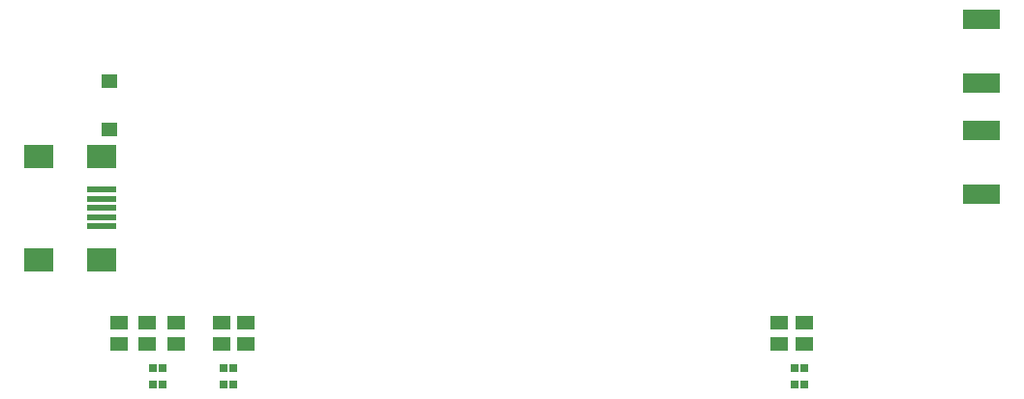
<source format=gbr>
G04 EAGLE Gerber RS-274X export*
G75*
%MOMM*%
%FSLAX34Y34*%
%LPD*%
%INSolderpaste Top*%
%IPPOS*%
%AMOC8*
5,1,8,0,0,1.08239X$1,22.5*%
G01*
%ADD10R,0.650000X0.800000*%
%ADD11R,2.500000X0.500000*%
%ADD12R,2.500000X2.000000*%
%ADD13R,1.500000X1.300000*%
%ADD14R,3.200000X1.800000*%
%ADD15R,1.470000X1.270000*%


D10*
X700000Y140000D03*
X700000Y125000D03*
X691500Y140000D03*
X691500Y125000D03*
D11*
X85000Y280000D03*
X85000Y288000D03*
X85000Y264000D03*
X85000Y272000D03*
D12*
X30000Y235000D03*
X30000Y325000D03*
X85000Y235000D03*
X85000Y325000D03*
D11*
X85000Y296000D03*
D13*
X700000Y160500D03*
X700000Y179500D03*
D14*
X855000Y292000D03*
X855000Y348000D03*
X855000Y389300D03*
X855000Y445300D03*
D13*
X678000Y160500D03*
X678000Y179500D03*
X211000Y160500D03*
X211000Y179500D03*
X190000Y160500D03*
X190000Y179500D03*
D10*
X200000Y140000D03*
X200000Y125000D03*
X191500Y140000D03*
X191500Y125000D03*
D15*
X91750Y348500D03*
X91750Y391500D03*
D13*
X125000Y179500D03*
X125000Y160500D03*
D10*
X130000Y125000D03*
X130000Y140000D03*
X138500Y125000D03*
X138500Y140000D03*
D13*
X150000Y179500D03*
X150000Y160500D03*
X100000Y179500D03*
X100000Y160500D03*
M02*

</source>
